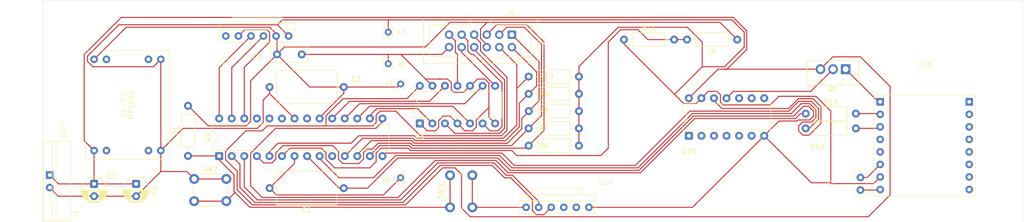
<source format=kicad_pcb>
(kicad_pcb (version 20241229) (generator "pcbnew") (generator_version "9.0")
  (layers (0 "F.Cu" signal) (2 "B.Cu" signal) (13 "F.Paste" user) (15 "B.Paste" user) (5 "F.SilkS" user "F.Silkscreen") (7 "B.SilkS" user "B.Silkscreen") (1 "F.Mask" user) (3 "B.Mask" user) (25 "Edge.Cuts" user))
  (net 0 "")
  (net 1 "GND")
  (net 2 "+3.3V")
  (net 3 "+5V")
  (net 4 "Net-(J2-Pad10)")
  (net 5 "Net-(J2-Pad11)")
  (net 6 "Net-(J2-Pad8)")
  (net 7 "Net-(U1-PD5)")
  (net 8 "Net-(U1-PD2)")
  (net 9 "Net-(J2-Pad9)")
  (net 10 "Net-(U1-PD3)")
  (net 11 "Net-(U1-PD6)")
  (net 12 "Net-(U1-PD7)")
  (net 13 "Net-(J3-Pin_1)")
  (net 14 "Net-(J3-Pin_2)")
  (net 15 "Net-(Q1-D)")
  (net 16 "Net-(Q1-G)")
  (net 17 "Net-(SW2A-D)")
  (net 18 "Net-(J4-Pin_2)")
  (net 19 "Net-(U16-TX)")
  (net 20 "Net-(U1-PB0)")
  (net 21 "Net-(U16-RX)")
  (net 22 "Net-(U1-PB1)")
  (net 23 "Net-(SW3A-D)")
  (net 26 "Net-(U1-PD1)")
  (net 27 "Net-(U1-PB3)")
  (net 29 "Net-(U1-PD0)")
  (net 30 "Net-(U1-PC4)")
  (net 31 "Net-(U1-PB5)")
  (net 32 "Net-(U1-PC3)")
  (net 33 "Net-(U1-PB2)")
  (net 34 "Net-(U1-PC5)")
  (net 37 "Net-(U1-PB4)")
  (net 38 "Net-(U1-XTAL1{slash}PB6)")
  (footprint "Resistor_THT:R_Axial_DIN0207_L6.3mm_D2.5mm_P10.16mm_Horizontal" (layer "F.Cu") (at 163.56 101.5 180)
    (property "Reference" "R7")
    (property "Value" "10k")
  )
  (footprint "Resistor_THT:R_Axial_DIN0207_L6.3mm_D2.5mm_P10.16mm_Horizontal" (layer "F.Cu") (at 163.58 98 180)
    (property "Reference" "R8")
    (property "Value" "10k")
  )
  (footprint "Button_Switch_THT:SW_PUSH_6mm" (layer "F.Cu") (at 137.5 117.5 90)
    (property "Reference" "SW3")
    (property "Value" "load")
  )
  (footprint "Package_TO_SOT_THT:TO-220F-3_Vertical" (layer "F.Cu") (at 217.5 89.5 180)
    (property "Reference" "Q1")
    (property "Value" "NDP6020P")
  )
  (footprint "CustomFootprintLib:DFPlayer" (layer "F.Cu") (at 233.5 96.11)
    (property "Reference" "U16")
    (property "Value" "DFPlayer")
  )
  (footprint "CustomFootprintLib:HW-084_YP-05" (layer "F.Cu") (at 98.5 81.5)
    (property "Reference" "U2")
    (property "Value" "HW-084")
  )
  (footprint "Package_DIP:DIP-14_W7.62mm" (layer "F.Cu") (at 131.38 100.5 90)
    (property "Reference" "U3")
    (property "Value" "SN74AHCT125N")
  )
  (footprint "Resistor_THT:R_Axial_DIN0207_L6.3mm_D2.5mm_P10.16mm_Horizontal" (layer "F.Cu") (at 195.58 83.5 180)
    (property "Reference" "J4")
    (property "Value" "Conn_01x02_Pin")
  )
  (footprint "Capacitor_THT:C_Axial_L12.0mm_D6.5mm_P15.00mm_Horizontal" (layer "F.Cu") (at 116 113.62 180)
    (property "Reference" "C1")
    (property "Value" "100uF")
  )
  (footprint "Package_DIP:DIP-28_W7.62mm" (layer "F.Cu") (at 90.8 107.12 90)
    (property "Reference" "U1")
    (property "Value" "ATmega328P-P")
  )
  (footprint "Package_DIP:DIP-14_W7.62mm" (layer "F.Cu") (at 185.8 103 90)
    (property "Reference" "U15")
    (property "Value" "SN74AHCT125N")
  )
  (footprint "Resistor_THT:R_Axial_DIN0207_L6.3mm_D2.5mm_P10.16mm_Horizontal" (layer "F.Cu") (at 163.56 94.5 180)
    (property "Reference" "R9")
    (property "Value" "10k")
  )
  (footprint "Resistor_THT:R_Axial_DIN0207_L6.3mm_D2.5mm_P10.16mm_Horizontal" (layer "F.Cu") (at 172.67 83.5)
    (property "Reference" "R11")
    (property "Value" "10k")
  )
  (footprint "Resistor_THT:R_Axial_DIN0207_L6.3mm_D2.5mm_P10.16mm_Horizontal" (layer "F.Cu") (at 209.42 98.5)
    (property "Reference" "R13")
    (property "Value" "1k")
  )
  (footprint "Resistor_THT:R_Axial_DIN0207_L6.3mm_D2.5mm_P10.16mm_Horizontal" (layer "F.Cu") (at 163.56 105 180)
    (property "Reference" "R6")
    (property "Value" "10k")
  )
  (footprint "CustomFootprintLib:USB-C DC input 5V" (layer "F.Cu") (at 55.25 112.23 90)
    (property "Reference" "J1")
    (property "Value" "DC 5V Input")
  )
  (footprint "Connector_Pin:Pin_D0.7mm_L6.5mm_W1.8mm_FlatFork" (layer "F.Cu") (at 127.5 92.5)
    (property "Reference" "J5")
    (property "Value" "3.3V Jumper 1")
  )
  (footprint "Capacitor_THT:CP_Radial_D5.0mm_P2.50mm" (layer "F.Cu") (at 74 112.75 -90)
    (property "Reference" "C6")
    (property "Value" "1uF")
  )
  (footprint "CustomFootprintLib:TopButton" (layer "F.Cu") (at 219.23 112.73 90)
    (property "Reference" "J3")
    (property "Value" "speaker")
  )
  (footprint "CustomFootprintLib:HW-084_YP-05" (layer "F.Cu") (at 159.23 116.23)
    (property "Reference" "U14")
    (property "Value" "YP-05")
  )
  (footprint "Capacitor_THT:C_Axial_L12.0mm_D6.5mm_P15.00mm_Horizontal" (layer "F.Cu") (at 116 93.12 180)
    (property "Reference" "C2")
    (property "Value" "100uF")
  )
  (footprint "Connector_Pin:Pin_D0.7mm_L6.5mm_W1.8mm_FlatFork" (layer "F.Cu") (at 125 88.4)
    (property "Reference" "J8")
    (property "Value" "GND Jumper 2")
  )
  (footprint "Resistor_THT:R_Axial_DIN0207_L6.3mm_D2.5mm_P10.16mm_Horizontal" (layer "F.Cu") (at 209.42 101.5)
    (property "Reference" "R12")
    (property "Value" "1k")
  )
  (footprint "Connector_Pin:Pin_D0.7mm_L6.5mm_W1.8mm_FlatFork" (layer "F.Cu") (at 127.5 111.5)
    (property "Reference" "J6")
    (property "Value" "3.3V Jumper 2")
  )
  (footprint "Capacitor_THT:C_Rect_L7.2mm_W3.0mm_P5.00mm_FKS2_FKP2_MKS2_MKP2" (layer "F.Cu") (at 102.5 86.5)
    (property "Reference" "C3")
    (property "Value" "150uF")
  )
  (footprint "Button_Switch_THT:SW_PUSH_6mm" (layer "F.Cu") (at 85.75 111.75)
    (property "Reference" "SW2")
    (property "Value" "reset")
  )
  (footprint "Capacitor_THT:CP_Radial_D5.0mm_P2.50mm" (layer "F.Cu") (at 65.5 112.75 -90)
    (property "Reference" "C7")
    (property "Value" "47uF")
  )
  (footprint "Connector_Pin:Pin_D0.7mm_L6.5mm_W1.8mm_FlatFork" (layer "F.Cu") (at 125 82)
    (property "Reference" "J7")
    (property "Value" "GND Jumper 1")
  )
  (footprint "Resistor_THT:R_Axial_DIN0207_L6.3mm_D2.5mm_P10.16mm_Horizontal" (layer "F.Cu") (at 84.5 107.08 90)
    (property "Reference" "R1")
    (property "Value" "10k")
  )
  (footprint "Resistor_THT:R_Axial_DIN0207_L6.3mm_D2.5mm_P10.16mm_Horizontal" (layer "F.Cu") (at 163.56 91 180)
    (property "Reference" "R10")
    (property "Value" "10k")
  )
  (footprint "Connector_IDC:IDC-Header_2x06_P2.54mm_Vertical" (layer "F.Cu") (at 150 82.5 -90)
    (property "Reference" "J2")
    (property "Value" "12 PIN IDC")
  )
  (footprint "CustomFootprintLib:MP1584" (layer "F.Cu") (at 63.75 107.75 90)
    (property "Reference" "U17")
    (property "Value" "MP1584")
  )
  (gr_rect (start 55.08 75.5) (end 253.58 120.5) (stroke (width 0.05)) (fill no) (layer "Edge.Cuts"))
  (segment (start 201.04 103) (end 210.563 112.523) (width 0.2) (layer "F.Cu") (net 1))
  (segment (start 197 85) (end 197 82) (width 0.2) (layer "F.Cu") (net 1))
  (segment (start 188.34 95.38) (end 187.239 96.481) (width 0.2) (layer "F.Cu") (net 1))
  (segment (start 207.675 100) (end 204.04 100) (width 0.2) (layer "F.Cu") (net 1))
  (segment (start 207 99) (end 209 97) (width 0.2) (layer "F.Cu") (net 1))
  (segment (start 131.38 100.5) (end 132.88 102) (width 0.2) (layer "F.Cu") (net 1))
  (segment (start 79 87.5) (end 77.5 89) (width 0.2) (layer "F.Cu") (net 1))
  (segment (start 163.56 98.44) (end 163.56 101.5) (width 0.2) (layer "F.Cu") (net 1))
  (segment (start 138.3 94.2) (end 137.75 93.65) (width 0.2) (layer "F.Cu") (net 1))
  (segment (start 79 106) (end 83.5 101.5) (width 0.2) (layer "F.Cu") (net 1))
  (segment (start 135.84 86.5) (end 127.54 86.5) (width 0.2) (layer "F.Cu") (net 1))
  (segment (start 223.145 112.7) (end 224.495 111.35) (width 0.2) (layer "F.Cu") (net 1))
  (segment (start 136.1 99) (end 137.5 99) (width 0.2) (layer "F.Cu") (net 1))
  (segment (start 103.58 79.5) (end 102.58 80.5) (width 0.2) (layer "F.Cu") (net 1))
  (segment (start 137.5 99) (end 139 100.5) (width 0.2) (layer "F.Cu") (net 1))
  (segment (start 135.2 99.9) (end 136.1 99) (width 0.2) (layer "F.Cu") (net 1))
  (segment (start 135.54 91.5) (end 132.54 91.5) (width 0.2) (layer "F.Cu") (net 1))
  (segment (start 84.25 110.25) (end 85.75 111.75) (width 0.2) (layer "F.Cu") (net 1))
  (segment (start 210.2 99.8) (end 207.875 99.8) (width 0.2) (layer "F.Cu") (net 1))
  (segment (start 99.7 100.3) (end 99.7 95.76) (width 0.2) (layer "F.Cu") (net 1))
  (segment (start 204.04 100) (end 201.04 103) (width 0.2) (layer "F.Cu") (net 1))
  (segment (start 132.88 102) (end 134.5 102) (width 0.2) (layer "F.Cu") (net 1))
  (segment (start 125 79.5) (end 125 82) (width 0.2) (layer "F.Cu") (net 1))
  (segment (start 186.71645 99) (end 207 99) (width 0.2) (layer "F.Cu") (net 1))
  (segment (start 214.5 112.523) (end 214.677 112.7) (width 0.2) (layer "F.Cu") (net 1))
  (segment (start 65.48 115.27) (end 65.5 115.25) (width 0.2) (layer "F.Cu") (net 1))
  (segment (start 137.75 92.25) (end 137 91.5) (width 0.2) (layer "F.Cu") (net 1))
  (segment (start 185.488525 81) (end 171.5 81) (width 0.2) (layer "F.Cu") (net 1))
  (segment (start 171.5 81) (end 163.56 88.94) (width 0.2) (layer "F.Cu") (net 1))
  (segment (start 141.54 92.88) (end 140.22 94.2) (width 0.2) (layer "F.Cu") (net 1))
  (segment (start 127.54 86.5) (end 125 86.5) (width 0.2) (layer "F.Cu") (net 1))
  (segment (start 188.5 89) (end 182.894315 94.605685) (width 0.2) (layer "F.Cu") (net 1))
  (segment (start 192.175 94.675) (end 192.175 96.156) (width 0.2) (layer "F.Cu") (net 1))
  (segment (start 58.25 115.25) (end 65.5 115.25) (width 0.2) (layer "F.Cu") (net 1))
  (segment (start 187.239 96.481) (end 184.76963 96.481) (width 0.2) (layer "F.Cu") (net 1))
  (segment (start 202.25 96.75) (end 204 95) (width 0.2) (layer "F.Cu") (net 1))
  (segment (start 64.181 87.932655) (end 64.181 86.817345) (width 0.2) (layer "F.Cu") (net 1))
  (segment (start 214.5 98) (end 214.5 112.523) (width 0.2) (layer "F.Cu") (net 1))
  (segment (start 192.175 96.156) (end 192.769 96.75) (width 0.2) (layer "F.Cu") (net 1))
  (segment (start 145.35 92.31) (end 144.54 91.5) (width 0.2) (layer "F.Cu") (net 1))
  (segment (start 74 115.25) (end 79 110.25) (width 0.2) (layer "F.Cu") (net 1))
  (segment (start 125 79.5) (end 103.58 79.5) (width 0.2) (layer "F.Cu") (net 1))
  (segment (start 101 94.46) (end 106.04 99.5) (width 0.2) (layer "F.Cu") (net 1))
  (segment (start 116 113.62) (end 120.8129 113.62) (width 0.2) (layer "F.Cu") (net 1))
  (segment (start 142.04 102) (end 142.8 101.24) (width 0.2) (layer "F.Cu") (net 1))
  (segment (start 175.71645 110) (end 186.71645 99) (width 0.2) (layer "F.Cu") (net 1))
  (segment (start 163.58 94.58) (end 163.58 98) (width 0.2) (layer "F.Cu") (net 1))
  (segment (start 125 86.5) (end 125 88.4) (width 0.2) (layer "F.Cu") (net 1))
  (segment (start 172.67 83.5) (end 172.67 84.38137) (width 0.2) (layer "F.Cu") (net 1))
  (segment (start 210 97) (end 211 98) (width 0.2) (layer "F.Cu") (net 1))
  (segment (start 135.54 91.5) (end 135.3 91.5) (width 0.2) (layer "F.Cu") (net 1))
  (segment (start 214.677 112.7) (end 223.145 112.7) (width 0.2) (layer "F.Cu") (net 1))
  (segment (start 142.8 101.24) (end 142.8 99.8) (width 0.2) (layer "F.Cu") (net 1))
  (segment (start 134.5 102) (end 135.2 101.3) (width 0.2) (layer "F.Cu") (net 1))
  (segment (start 70.498345 80.5) (end 102.58 80.5) (width 0.2) (layer "F.Cu") (net 1))
  (segment (start 83.5 101.5) (end 98.5 101.5) (width 0.2) (layer "F.Cu") (net 1))
  (segment (start 65.5 115.25) (end 74 115.25) (width 0.2) (layer "F.Cu") (net 1))
  (segment (start 65.248345 89) (end 64.181 87.932655) (width 0.2) (layer "F.Cu") (net 1))
  (segment (start 101 93.12) (end 101 94.46) (width 0.2) (layer "F.Cu") (net 1))
  (segment (start 137.3 85.04) (end 135.84 86.5) (width 0.2) (layer "F.Cu") (net 1))
  (segment (start 210.563 112.523) (end 214.5 112.523) (width 0.2) (layer "F.Cu") (net 1))
  (segment (start 133.92 92.88) (end 127.54 86.5) (width 0.2) (layer "F.Cu") (net 1))
  (segment (start 207.875 99.8) (end 207.675 100) (width 0.2) (layer "F.Cu") (net 1))
  (segment (start 126.9329 107.5) (end 147.155325 107.5) (width 0.2) (layer "F.Cu") (net 1))
  (segment (start 145.35 97.25) (end 145.35 92.31) (width 0.2) (layer "F.Cu") (net 1))
  (segment (start 98.5 101.5) (end 99.7 100.3) (width 0.2) (layer "F.Cu") (net 1))
  (segment (start 188.34 95.38) (end 189.72 94) (width 0.2) (layer "F.Cu") (net 1))
  (segment (start 79 106) (end 79 87.5) (width 0.2) (layer "F.Cu") (net 1))
  (segment (start 163.58 98) (end 163.58 98.42) (width 0.2) (layer "F.Cu") (net 1))
  (segment (start 163.56 94.5) (end 163.56 94.56) (width 0.2) (layer "F.Cu") (net 1))
  (segment (start 163.58 98.42) (end 163.56 98.44) (width 0.2) (layer "F.Cu") (net 1))
  (segment (start 149.655325 110) (end 175.71645 110) (width 0.2) (layer "F.Cu") (net 1))
  (segment (start 115.08 113.62) (end 116 113.62) (width 0.2) (layer "F.Cu") (net 1))
  (segment (start 108.58 107.12) (end 115.08 113.62) (width 0.2) (layer "F.Cu") (net 1))
  (segment (start 188.5 84.011475) (end 185.488525 81) (width 0.2) (layer "F.Cu") (net 1))
  (segment (start 79 110.25) (end 84.25 110.25) (width 0.2) (layer "F.Cu") (net 1))
  (segment (start 144.54 91.5) (end 143.04 91.5) (width 0.2) (layer "F.Cu") (net 1))
  (segment (start 209 97) (end 210 97) (width 0.2) (layer "F.Cu") (net 1))
  (segment (start 137.75 93.65) (end 137.75 92.25) (width 0.2) (layer "F.Cu") (net 1))
  (segment (start 56.52 113.5) (end 56.52 113.52) (width 0.2) (layer "F.Cu") (net 1))
  (segment (start 77.5 89) (end 65.248345 89) (width 0.2) (layer "F.Cu") (net 1))
  (segment (start 140.5 102) (end 142.04 102) (width 0.2) (layer "F.Cu") (net 1))
  (segment (start 99.7 95.76) (end 101 94.46) (width 0.2) (layer "F.Cu") (net 1))
  (segment (start 64.181 86.817345) (end 70.498345 80.5) (width 0.2) (layer "F.Cu") (net 1))
  (segment (start 192.769 96.75) (end 202.25 96.75) (width 0.2) (layer "F.Cu") (net 1))
  (segment (start 145.35 99.23) (end 145.35 97.25) (width 0.2) (layer "F.Cu") (net 1))
  (segment (start 141.66 92.88) (end 141.54 92.88) (width 0.2) (layer "F.Cu") (net 1))
  (segment (start 146.62 100.5) (end 145.35 99.23) (width 0.2) (layer "F.Cu") (net 1))
  (segment (start 194.5 79.5) (end 125 79.5) (width 0.2) (layer "F.Cu") (net 1))
  (segment (start 135.2 101.3) (end 135.2 99.9) (width 0.2) (layer "F.Cu") (net 1))
  (segment (start 184.76963 96.481) (end 182.894315 94.605685) (width 0.2) (layer "F.Cu") (net 1))
  (segment (start 79 110.25) (end 79 106) (width 0.2) (layer "F.Cu") (net 1))
  (segment (start 163.56 101.5) (end 163.56 105) (width 0.2) (layer "F.Cu") (net 1))
  (segment (start 102.58 80.5) (end 104.85 82.77) (width 0.2) (layer "F.Cu") (net 1))
  (segment (start 189.72 94) (end 191.5 94) (width 0.2) (layer "F.Cu") (net 1))
  (segment (start 186.54 117.5) (end 201.04 103) (width 0.2) (layer "F.Cu") (net 1))
  (segment (start 197 82) (end 194.5 79.5) (width 0.2) (layer "F.Cu") (net 1))
  (segment (start 143.04 91.5) (end 141.66 92.88) (width 0.2) (layer "F.Cu") (net 1))
  (segment (start 145.1 97.5) (end 145.35 97.25) (width 0.2) (layer "F.Cu") (net 1))
  (segment (start 182.894315 94.605685) (end 172.67 84.38137) (width 0.2) (layer "F.Cu") (net 1))
  (segment (start 125 86.5) (end 110.93705 86.5) (width 0.2) (layer "F.Cu") (net 1))
  (segment (start 147.155325 107.5) (end 149.655325 110) (width 0.2) (layer "F.Cu") (net 1))
  (segment (start 165.58 117.5) (end 186.54 117.5) (width 0.2) (layer "F.Cu") (net 1))
  (segment (start 140.22 94.2) (end 138.3 94.2) (width 0.2) (layer "F.Cu") (net 1))
  (segment (start 193 89) (end 197 85) (width 0.2) (layer "F.Cu") (net 1))
  (segment (start 85.75 111.75) (end 92.25 111.75) (width 0.2) (layer "F.Cu") (net 1))
  (segment (start 204 95) (end 211.5 95) (width 0.2) (layer "F.Cu") (net 1))
  (segment (start 142.8 99.8) (end 145.1 97.5) (width 0.2) (layer "F.Cu") (net 1))
  (segment (start 188.5 89) (end 193 89) (width 0.2) (layer "F.Cu") (net 1))
  (segment (start 137 91.5) (end 135.54 91.5) (width 0.2) (layer "F.Cu") (net 1))
  (segment (start 120.8129 113.62) (end 126.9329 107.5) (width 0.2) (layer "F.Cu") (net 1))
  (segment (start 211.5 95) (end 214.5 98) (width 0.2) (layer "F.Cu") (net 1))
  (segment (start 163.56 88.94) (end 163.56 91) (width 0.2) (layer "F.Cu") (net 1))
  (segment (start 163.56 91) (end 163.56 94.5) (width 0.2) (layer "F.Cu") (net 1))
  (segment (start 191.5 94) (end 192.175 94.675) (width 0.2) (layer "F.Cu") (net 1))
  (segment (start 107.5 86.5) (end 110.93705 86.5) (width 0.2) (layer "F.Cu") (net 1))
  (segment (start 56.52 113.52) (end 58.25 115.25) (width 0.2) (layer "F.Cu") (net 1))
  (segment (start 139 100.5) (end 140.5 102) (width 0.2) (layer "F.Cu") (net 1))
  (segment (start 163.56 94.56) (end 163.58 94.58) (width 0.2) (layer "F.Cu") (net 1))
  (segment (start 188.5 89) (end 188.5 84.011475) (width 0.2) (layer "F.Cu") (net 1))
  (segment (start 211 99) (end 210.2 99.8) (width 0.2) (layer "F.Cu") (net 1))
  (segment (start 211 98) (end 211 99) (width 0.2) (layer "F.Cu") (net 1))
  (segment (start 72 81) (end 101.02 81) (width 0.2) (layer "F.Cu") (net 2))
  (segment (start 144.92 85.04) (end 144.92 84.52) (width 0.2) (layer "F.Cu") (net 2))
  (segment (start 102.5 83.5) (end 102.5 86.5) (width 0.2) (layer "F.Cu") (net 2))
  (segment (start 132.5 85) (end 104 85) (width 0.2) (layer "F.Cu") (net 2))
  (segment (start 104 85) (end 102.5 86.5) (width 0.2) (layer "F.Cu") (net 2))
  (segment (start 144.92 84.52) (end 143.65 83.25) (width 0.2) (layer "F.Cu") (net 2))
  (segment (start 102.31 82.77) (end 102.31 83.31) (width 0.2) (layer "F.Cu") (net 2))
  (segment (start 137.5 80) (end 132.5 85) (width 0.2) (layer "F.Cu") (net 2))
  (segment (start 143.65 81.35) (end 145 80) (width 0.2) (layer "F.Cu") (net 2))
  (segment (start 101.02 81) (end 102.31 82.29) (width 0.2) (layer "F.Cu") (net 2))
  (segment (start 102.5 86.5) (end 109.12 93.12) (width 0.2) (layer "F.Cu") (net 2))
  (segment (start 101 113.62) (end 102.38 115) (width 0.2) (layer "F.Cu") (net 2))
  (segment (start 145 80) (end 137.5 80) (width 0.2) (layer "F.Cu") (net 2))
  (segment (start 111.12 99.28) (end 111.12 99.5) (width 0.2) (layer "F.Cu") (net 2))
  (segment (start 65.5 87.5) (end 72 81) (width 0.2) (layer "F.Cu") (net 2))
  (segment (start 88.58 101) (end 96.25 101) (width 0.2) (layer "F.Cu") (net 2))
  (segment (start 102.31 83.31) (end 102.5 83.5) (width 0.2) (layer "F.Cu") (net 2))
  (segment (start 102.31 82.29) (end 102.31 82.77) (width 0.2) (layer "F.Cu") (net 2))
  (segment (start 106.04 107.12) (end 106.04 108.58) (width 0.2) (layer "F.Cu") (net 2))
  (segment (start 102.38 115) (end 124 115) (width 0.2) (layer "F.Cu") (net 2))
  (segment (start 143.65 83.25) (end 143.65 81.35) (width 0.2) (layer "F.Cu") (net 2))
  (segment (start 84.5 96.92) (end 88.58 101) (width 0.2) (layer "F.Cu") (net 2))
  (segment (start 124 115) (end 127.5 111.5) (width 0.2) (layer "F.Cu") (net 2))
  (segment (start 109.12 93.12) (end 116 93.12) (width 0.2) (layer "F.Cu") (net 2))
  (segment (start 192.08 80) (end 195.58 83.5) (width 0.2) (layer "F.Cu") (net 2))
  (segment (start 116 94.4) (end 111.12 99.28) (width 0.2) (layer "F.Cu") (net 2))
  (segment (start 116 93.12) (end 126.88 93.12) (width 0.2) (layer "F.Cu") (net 2))
  (segment (start 106.04 108.58) (end 101 113.62) (width 0.2) (layer "F.Cu") (net 2))
  (segment (start 126.88 93.12) (end 127.5 92.5) (width 0.2) (layer "F.Cu") (net 2))
  (segment (start 145 80) (end 192.08 80) (width 0.2) (layer "F.Cu") (net 2))
  (segment (start 96.25 101) (end 97.15 100.1) (width 0.2) (layer "F.Cu") (net 2))
  (segment (start 97.15 100.1) (end 97.15 91.85) (width 0.2) (layer "F.Cu") (net 2))
  (segment (start 116 93.12) (end 116 94.4) (width 0.2) (layer "F.Cu") (net 2))
  (segment (start 97.15 91.85) (end 102.5 86.5) (width 0.2) (layer "F.Cu") (net 2))
  (segment (start 56.52 110.96) (end 58.31 112.75) (width 0.2) (layer "F.Cu") (net 3))
  (segment (start 121.85 101) (end 100.5 101) (width 0.2) (layer "F.Cu") (net 3))
  (segment (start 99.5 102) (end 96.2 102) (width 0.2) (layer "F.Cu") (net 3))
  (segment (start 143.65 85.775) (end 149 91.125) (width 0.2) (layer "F.Cu") (net 3))
  (segment (start 197.5 81.71645) (end 197.5 85.5) (width 0.2) (layer "F.Cu") (net 3))
  (segment (start 92.1 106.1) (end 92.1 107.8529) (width 0.2) (layer "F.Cu") (net 3))
  (segment (start 115.85 95.5) (end 112.4 98.95) (width 0.2) (layer "F.Cu") (net 3))
  (segment (start 65.5 112.75) (end 74 112.75) (width 0.2) (layer "F.Cu") (net 3))
  (segment (start 63.5 104) (end 63.5 86.5) (width 0.2) (layer "F.Cu") (net 3))
  (segment (start 214.92 87) (end 212.42 89.5) (width 0.2) (layer "F.Cu") (net 3))
  (segment (start 96.2 102) (end 92.1 106.1) (width 0.2) (layer "F.Cu") (net 3))
  (segment (start 193.5 89.5) (end 193 89.5) (width 0.2) (layer "F.Cu") (net 3))
  (segment (start 97.5 117) (end 128.5 117) (width 0.2) (layer "F.Cu") (net 3))
  (segment (start 220.5 87) (end 214.92 87) (width 0.2) (layer "F.Cu") (net 3))
  (segment (start 92.1 107.8529) (end 94.45 110.2029) (width 0.2) (layer "F.Cu") (net 3))
  (segment (start 94.45 110.2029) (end 94.45 113.95) (width 0.2) (layer "F.Cu") (net 3))
  (segment (start 94.45 113.95) (end 97.5 117) (width 0.2) (layer "F.Cu") (net 3))
  (segment (start 136 109.5) (end 138.5 109.5) (width 0.2) (layer "F.Cu") (net 3))
  (segment (start 65.5 106) (end 64.181 104.681) (width 0.2) (layer "F.Cu") (net 3))
  (segment (start 65.5 112.75) (end 65.5 106) (width 0.2) (layer "F.Cu") (net 3))
  (segment (start 142.38 82.855) (end 143.65 84.125) (width 0.2) (layer "F.Cu") (net 3))
  (segment (start 112.4 98.95) (end 112.4 101) (width 0.2) (layer "F.Cu") (net 3))
  (segment (start 141.561108 119.401) (end 222.099 119.401) (width 0.2) (layer "F.Cu") (net 3))
  (segment (start 193 89.5) (end 191.68 89.5) (width 0.2) (layer "F.Cu") (net 3))
  (segment (start 58.31 112.75) (end 65.5 112.75) (width 0.2) (layer "F.Cu") (net 3))
  (segment (start 63.5 86.5) (end 71 79) (width 0.2) (layer "F.Cu") (net 3))
  (segment (start 123.35 98) (end 122.55 98.8) (width 0.2) (layer "F.Cu") (net 3))
  (segment (start 138.5 109.5) (end 139.825 110.825) (width 0.2) (layer "F.Cu") (net 3))
  (segment (start 126.5 98) (end 123.35 98) (width 0.2) (layer "F.Cu") (net 3))
  (segment (start 71 79) (end 194.78355 79) (width 0.2) (layer "F.Cu") (net 3))
  (segment (start 139.825 110.825) (end 139.825 117.664892) (width 0.2) (layer "F.Cu") (net 3))
  (segment (start 226.5 93) (end 220.5 87) (width 0.2) (layer "F.Cu") (net 3))
  (segment (start 149 91.125) (end 149 101.9) (width 0.2) (layer "F.Cu") (net 3))
  (segment (start 128.76 95.5) (end 115.85 95.5) (width 0.2) (layer "F.Cu") (net 3))
  (segment (start 139.825 117.664892) (end 141.561108 119.401) (width 0.2) (layer "F.Cu") (net 3))
  (segment (start 143.65 84.125) (end 143.65 85.775) (width 0.2) (layer "F.Cu") (net 3))
  (segment (start 142.38 82.5) (end 142.38 82.855) (width 0.2) (layer "F.Cu") (net 3))
  (segment (start 131.5 103) (end 126.5 98) (width 0.2) (layer "F.Cu") (net 3))
  (segment (start 149 101.9) (end 147.9 103) (width 0.2) (layer "F.Cu") (net 3))
  (segment (start 222.099 119.401) (end 226.5 115) (width 0.2) (layer "F.Cu") (net 3))
  (segment (start 191.68 89.5) (end 185.8 95.38) (width 0.2) (layer "F.Cu") (net 3))
  (segment (start 131.38 92.88) (end 128.76 95.5) (width 0.2) (layer "F.Cu") (net 3))
  (segment (start 194.78355 79) (end 197.5 81.71645) (width 0.2) (layer "F.Cu") (net 3))
  (segment (start 197.5 85.5) (end 193.5 89.5) (width 0.2) (layer "F.Cu") (net 3))
  (segment (start 226.5 115) (end 226.5 93) (width 0.2) (layer "F.Cu") (net 3))
  (segment (start 147.9 103) (end 131.5 103) (width 0.2) (layer "F.Cu") (net 3))
  (segment (start 212.42 89.5) (end 193 89.5) (width 0.2) (layer "F.Cu") (net 3))
  (segment (start 65.5 106) (end 63.5 104) (width 0.2) (layer "F.Cu") (net 3))
  (segment (start 122.55 98.8) (end 122.55 100.3) (width 0.2) (layer "F.Cu") (net 3))
  (segment (start 128.5 117) (end 136 109.5) (width 0.2) (layer "F.Cu") (net 3))
  (segment (start 100.5 101) (end 99.5 102) (width 0.2) (layer "F.Cu") (net 3))
  (segment (start 122.55 100.3) (end 121.85 101) (width 0.2) (layer "F.Cu") (net 3))
  (segment (start 139.84 86.1) (end 146.62 92.88) (width 0.2) (layer "F.Cu") (net 4))
  (segment (start 139.84 85.04) (end 139.84 86.1) (width 0.2) (layer "F.Cu") (net 4))
  (segment (start 138.575 83.775) (end 137.3 82.5) (width 0.2) (layer "F.Cu") (net 5))
  (segment (start 138.575 86.075) (end 138.575 83.775) (width 0.2) (layer "F.Cu") (net 5))
  (segment (start 139 86.5) (end 138.575 86.075) (width 0.2) (layer "F.Cu") (net 5))
  (segment (start 139 92.88) (end 139 86.5) (width 0.2) (layer "F.Cu") (net 5))
  (segment (start 136.46 100.5) (end 138.46 102.5) (width 0.2) (layer "F.Cu") (net 6))
  (segment (start 147.5 102.5) (end 148.5 101.5) (width 0.2) (layer "F.Cu") (net 6))
  (segment (start 148.5 101.5) (end 148.5 91.65) (width 0.2) (layer "F.Cu") (net 6))
  (segment (start 142.38 85.04) (end 142.38 85.1871) (width 0.2) (layer "F.Cu") (net 6))
  (segment (start 142.38 85.53) (end 142.38 85.04) (width 0.2) (layer "F.Cu") (net 6))
  (segment (start 138.46 102.5) (end 147.5 102.5) (width 0.2) (layer "F.Cu") (net 6))
  (segment (start 148.5 91.65) (end 142.38 85.53) (width 0.2) (layer "F.Cu") (net 6))
  (segment (start 116.2 107.12) (end 119.82 103.5) (width 0.2) (layer "F.Cu") (net 7))
  (segment (start 119.82 103.5) (end 129.96645 103.5) (width 0.2) (layer "F.Cu") (net 7))
  (segment (start 129.96645 103.5) (end 130.46645 104) (width 0.2) (layer "F.Cu") (net 7))
  (segment (start 151.5 96.4) (end 153.4 94.5) (width 0.2) (layer "F.Cu") (net 7))
  (segment (start 155 92.9) (end 155 90) (width 0.2) (layer "F.Cu") (net 7))
  (segment (start 148.7 104) (end 151.5 101.2) (width 0.2) (layer "F.Cu") (net 7))
  (segment (start 154.96 90) (end 155 90) (width 0.2) (layer "F.Cu") (net 7))
  (segment (start 150 85.04) (end 154.96 90) (width 0.2) (layer "F.Cu") (net 7))
  (segment (start 130.46645 104) (end 148.7 104) (width 0.2) (layer "F.Cu") (net 7))
  (segment (start 153.4 94.5) (end 155 92.9) (width 0.2) (layer "F.Cu") (net 7))
  (segment (start 151.5 101.2) (end 151.5 96.4) (width 0.2) (layer "F.Cu") (net 7))
  (segment (start 114.925 106.15) (end 114.925 107.74005) (width 0.2) (layer "F.Cu") (net 8))
  (segment (start 103.7 105) (end 113.775 105) (width 0.2) (layer "F.Cu") (net 8))
  (segment (start 156 98.9) (end 156 84.5) (width 0.2) (layer "F.Cu") (net 8))
  (segment (start 152.5 81) (end 148.96 81) (width 0.2) (layer "F.Cu") (net 8))
  (segment (start 153.4 101.5) (end 156 98.9) (width 0.2) (layer "F.Cu") (net 8))
  (segment (start 98.42 107.12) (end 99.8 108.5) (width 0.2) (layer "F.Cu") (net 8))
  (segment (start 148.96 81) (end 147.46 82.5) (width 0.2) (layer "F.Cu") (net 8))
  (segment (start 122.95 104.5) (end 129.5 104.5) (width 0.2) (layer "F.Cu") (net 8))
  (segment (start 115.80695 108.622) (end 119.078 108.622) (width 0.2) (layer "F.Cu") (net 8))
  (segment (start 120 106.4271) (end 120.71355 105.71355) (width 0.2) (layer "F.Cu") (net 8))
  (segment (start 130 105) (end 149.9 105) (width 0.2) (layer "F.Cu") (net 8))
  (segment (start 149.9 105) (end 153.4 101.5) (width 0.2) (layer "F.Cu") (net 8))
  (segment (start 101.47505 108.5) (end 102.25 107.72505) (width 0.2) (layer "F.Cu") (net 8))
  (segment (start 114.925 107.74005) (end 115.80695 108.622) (width 0.2) (layer "F.Cu") (net 8))
  (segment (start 119.078 108.622) (end 120 107.7) (width 0.2) (layer "F.Cu") (net 8))
  (segment (start 120.71355 105.71355) (end 121.73645 105.71355) (width 0.2) (layer "F.Cu") (net 8))
  (segment (start 113.775 105) (end 114.925 106.15) (width 0.2) (layer "F.Cu") (net 8))
  (segment (start 129.5 104.5) (end 130 105) (width 0.2) (layer "F.Cu") (net 8))
  (segment (start 120 107.7) (end 120 106.4271) (width 0.2) (layer "F.Cu") (net 8))
  (segment (start 102.25 107.72505) (end 102.25 106.45) (width 0.2) (layer "F.Cu") (net 8))
  (segment (start 99.8 108.5) (end 101.47505 108.5) (width 0.2) (layer "F.Cu") (net 8))
  (segment (start 102.25 106.45) (end 103.7 105) (width 0.2) (layer "F.Cu") (net 8))
  (segment (start 121.73645 105.71355) (end 122.95 104.5) (width 0.2) (layer "F.Cu") (net 8))
  (segment (start 156 84.5) (end 152.5 81) (width 0.2) (layer "F.Cu") (net 8))
  (segment (start 141.1 85.85) (end 141.1 83.76) (width 0.2) (layer "F.Cu") (net 9))
  (segment (start 141.775 86.525) (end 141.1 85.85) (width 0.2) (layer "F.Cu") (net 9))
  (segment (start 148 101.15) (end 148 92.25) (width 0.2) (layer "F.Cu") (net 9))
  (segment (start 144.08 100.5) (end 145.58 102) (width 0.2) (layer "F.Cu") (net 9))
  (segment (start 142.275 86.525) (end 141.775 86.525) (width 0.2) (layer "F.Cu") (net 9))
  (segment (start 147.15 102) (end 148 101.15) (width 0.2) (layer "F.Cu") (net 9))
  (segment (start 145.58 102) (end 147.15 102) (width 0.2) (layer "F.Cu") (net 9))
  (segment (start 148 92.25) (end 142.275 86.525) (width 0.2) (layer "F.Cu") (net 9))
  (segment (start 141.1 83.76) (end 139.84 82.5) (width 0.2) (layer "F.Cu") (net 9))
  (segment (start 117.5 104.5) (end 102.7 104.5) (width 0.2) (layer "F.Cu") (net 10))
  (segment (start 151 100.8) (end 148.3 103.5) (width 0.2) (layer "F.Cu") (net 10))
  (segment (start 130.75 103.5) (end 130.25 103) (width 0.2) (layer "F.Cu") (net 10))
  (segment (start 151 93.4) (end 151 100.8) (width 0.2) (layer "F.Cu") (net 10))
  (segment (start 100.96 106.24) (end 100.96 107.12) (width 0.2) (layer "F.Cu") (net 10))
  (segment (start 151 88.58) (end 147.46 85.04) (width 0.2) (layer "F.Cu") (net 10))
  (segment (start 148.3 103.5) (end 130.75 103.5) (width 0.2) (layer "F.Cu") (net 10))
  (segment (start 119 103) (end 117.5 104.5) (width 0.2) (layer "F.Cu") (net 10))
  (segment (start 151 93.4) (end 153.4 91) (width 0.2) (layer "F.Cu") (net 10))
  (segment (start 151 93.4) (end 151 88.58) (width 0.2) (layer "F.Cu") (net 10))
  (segment (start 130.25 103) (end 119 103) (width 0.2) (layer "F.Cu") (net 10))
  (segment (start 102.7 104.5) (end 100.96 106.24) (width 0.2) (layer "F.Cu") (net 10))
  (segment (start 130.25 104.5) (end 149.1 104.5) (width 0.2) (layer "F.Cu") (net 11))
  (segment (start 152 101.6) (end 152 99.5) (width 0.2) (layer "F.Cu") (net 11))
  (segment (start 118.74 107.12) (end 118.74 106.815) (width 0.2) (layer "F.Cu") (net 11))
  (segment (start 149.1 104.5) (end 152 101.6) (width 0.2) (layer "F.Cu") (net 11))
  (segment (start 129.75 104) (end 130.25 104.5) (width 0.2) (layer "F.Cu") (net 11))
  (segment (start 118.74 106.815) (end 121.555 104) (width 0.2) (layer "F.Cu") (net 11))
  (segment (start 153.42 98) (end 155.5 95.92) (width 0.2) (layer "F.Cu") (net 11))
  (segment (start 121.555 104) (end 129.75 104) (width 0.2) (layer "F.Cu") (net 11))
  (segment (start 153.42 98.08) (end 153.42 98) (width 0.2) (layer "F.Cu") (net 11))
  (segment (start 152 99.5) (end 153.42 98.08) (width 0.2) (layer "F.Cu") (net 11))
  (segment (start 150 82.5) (end 155.5 88) (width 0.2) (layer "F.Cu") (net 11))
  (segment (start 155.5 95.92) (end 155.5 88) (width 0.2) (layer "F.Cu") (net 11))
  (segment (start 121.28 107.12) (end 121.28 106.97) (width 0.2) (layer "F.Cu") (net 12))
  (segment (start 146.92 80.5) (end 144.92 82.5) (width 0.2) (layer "F.Cu") (net 12))
  (segment (start 153.4 105) (end 156.5 101.9) (width 0.2) (layer "F.Cu") (net 12))
  (segment (start 121.28 106.97) (end 123.25 105) (width 0.2) (layer "F.Cu") (net 12))
  (segment (start 129.75 105.5) (end 152.9 105.5) (width 0.2) (layer "F.Cu") (net 12))
  (segment (start 123.25 105) (end 129.25 105) (width 0.2) (layer "F.Cu") (net 12))
  (segment (start 152.9 105.5) (end 153.4 105) (width 0.2) (layer "F.Cu") (net 12))
  (segment (start 156.5 84) (end 153 80.5) (width 0.2) (layer "F.Cu") (net 12))
  (segment (start 129.25 105) (end 129.75 105.5) (width 0.2) (layer "F.Cu") (net 12))
  (segment (start 153 80.5) (end 146.92 80.5) (width 0.2) (layer "F.Cu") (net 12))
  (segment (start 156.5 101.9) (end 156.5 84) (width 0.2) (layer "F.Cu") (net 12))
  (segment (start 220.5 114) (end 224.385 114) (width 0.2) (layer "F.Cu") (net 13))
  (segment (start 224.385 114) (end 224.495 113.89) (width 0.2) (layer "F.Cu") (net 13))
  (segment (start 221.845 111.46) (end 224.495 108.81) (width 0.2) (layer "F.Cu") (net 14))
  (segment (start 220.5 111.46) (end 221.845 111.46) (width 0.2) (layer "F.Cu") (net 14))
  (segment (start 224.495 96.11) (end 224.11 96.11) (width 0.2) (layer "F.Cu") (net 15))
  (segment (start 224.11 96.11) (end 217.5 89.5) (width 0.2) (layer "F.Cu") (net 15))
  (segment (start 214.96 89.5) (end 215 89.54) (width 0.2) (layer "F.Cu") (net 16))
  (segment (start 214.96 89.5) (end 210.46 94) (width 0.2) (layer "F.Cu") (net 16))
  (segment (start 194.8 94) (end 193.42 95.38) (width 0.2) (layer "F.Cu") (net 16))
  (segment (start 210.46 94) (end 194.8 94) (width 0.2) (layer "F.Cu") (net 16))
  (segment (start 85.75 116.25) (end 92.25 116.25) (width 0.2) (layer "F.Cu") (net 17))
  (segment (start 90.8 107.12) (end 90.8 107.9) (width 0.2) (layer "F.Cu") (net 17))
  (segment (start 84.5 107.08) (end 90.76 107.08) (width 0.2) (layer "F.Cu") (net 17))
  (segment (start 93.8 110.9) (end 93.8 114.3) (width 0.2) (layer "F.Cu") (net 17))
  (segment (start 97 117.5) (end 94 114.5) (width 0.2) (layer "F.Cu") (net 17))
  (segment (start 93.8 114.3) (end 94 114.5) (width 0.2) (layer "F.Cu") (net 17))
  (segment (start 90.8 107.9) (end 93.8 110.9) (width 0.2) (layer "F.Cu") (net 17))
  (segment (start 137.5 111) (end 137.5 117.5) (width 0.2) (layer "F.Cu") (net 17))
  (segment (start 137.5 117.5) (end 97 117.5) (width 0.2) (layer "F.Cu") (net 17))
  (segment (start 94 114.5) (end 93.551 114.949) (width 0.2) (layer "F.Cu") (net 17))
  (segment (start 90.76 107.08) (end 90.8 107.12) (width 0.2) (layer "F.Cu") (net 17))
  (segment (start 93.551 114.949) (end 92.25 116.25) (width 0.2) (layer "F.Cu") (net 17))
  (segment (start 121.3 109.5) (end 122.55 108.25) (width 0.2) (layer "F.Cu") (net 18))
  (segment (start 175.5 81.5) (end 177.5 83.5) (width 0.2) (layer "F.Cu") (net 18))
  (segment (start 182.83 83.5) (end 185.42 83.5) (width 0.2) (layer "F.Cu") (net 18))
  (segment (start 111.45 105.5) (end 112.4 106.45) (width 0.2) (layer "F.Cu") (net 18))
  (segment (start 105.12 105.5) (end 111.45 105.5) (width 0.2) (layer "F.Cu") (net 18))
  (segment (start 129 105.5) (end 129.5 106) (width 0.2) (layer "F.Cu") (net 18))
  (segment (start 150 106) (end 151 107) (width 0.2) (layer "F.Cu") (net 18))
  (segment (start 123.54776 105.5) (end 129 105.5) (width 0.2) (layer "F.Cu") (net 18))
  (segment (start 129.5 106) (end 150 106) (width 0.2) (layer "F.Cu") (net 18))
  (segment (start 177.5 83.5) (end 182.83 83.5) (width 0.2) (layer "F.Cu") (net 18))
  (segment (start 151 107) (end 168 107) (width 0.2) (layer "F.Cu") (net 18))
  (segment (start 169.5 84) (end 172 81.5) (width 0.2) (layer "F.Cu") (net 18))
  (segment (start 112.4 107.75505) (end 114.14495 109.5) (width 0.2) (layer "F.Cu") (net 18))
  (segment (start 168 107) (end 169.5 105.5) (width 0.2) (layer "F.Cu") (net 18))
  (segment (start 112.4 106.45) (end 112.4 107.75505) (width 0.2) (layer "F.Cu") (net 18))
  (segment (start 169.5 105.5) (end 169.5 84) (width 0.2) (layer "F.Cu") (net 18))
  (segment (start 103.5 107.12) (end 105.12 105.5) (width 0.2) (layer "F.Cu") (net 18))
  (segment (start 122.55 106.49776) (end 123.54776 105.5) (width 0.2) (layer "F.Cu") (net 18))
  (segment (start 114.14495 109.5) (end 121.3 109.5) (width 0.2) (layer "F.Cu") (net 18))
  (segment (start 172 81.5) (end 175.5 81.5) (width 0.2) (layer "F.Cu") (net 18))
  (segment (start 122.55 108.25) (end 122.55 106.49776) (width 0.2) (layer "F.Cu") (net 18))
  (segment (start 219.58 101.5) (end 224.185 101.5) (width 0.2) (layer "F.Cu") (net 19))
  (segment (start 224.185 101.5) (end 224.495 101.19) (width 0.2) (layer "F.Cu") (net 19))
  (segment (start 206 98) (end 208 96) (width 0.2) (layer "F.Cu") (net 20))
  (segment (start 212 97.4329) (end 212 99.65) (width 0.2) (layer "F.Cu") (net 20))
  (segment (start 148 106.5) (end 150.5 109) (width 0.2) (layer "F.Cu") (net 20))
  (segment (start 212 99.65) (end 210.15 101.5) (width 0.2) (layer "F.Cu") (net 20))
  (segment (start 150.5 109) (end 175 109) (width 0.2) (layer "F.Cu") (net 20))
  (segment (start 210.15 101.5) (end 209.42 101.5) (width 0.2) (layer "F.Cu") (net 20))
  (segment (start 175 109) (end 186 98) (width 0.2) (layer "F.Cu") (net 20))
  (segment (start 208 96) (end 210.5671 96) (width 0.2) (layer "F.Cu") (net 20))
  (segment (start 124.44 106.5) (end 148 106.5) (width 0.2) (layer "F.Cu") (net 20))
  (segment (start 123.82 107.12) (end 124.44 106.5) (width 0.2) (layer "F.Cu") (net 20))
  (segment (start 186 98) (end 206 98) (width 0.2) (layer "F.Cu") (net 20))
  (segment (start 210.5671 96) (end 212 97.4329) (width 0.2) (layer "F.Cu") (net 20))
  (segment (start 224.345 98.5) (end 224.495 98.65) (width 0.2) (layer "F.Cu") (net 21))
  (segment (start 219.58 98.5) (end 224.345 98.5) (width 0.2) (layer "F.Cu") (net 21))
  (segment (start 97.15 113.15) (end 99.5 115.5) (width 0.2) (layer "F.Cu") (net 22))
  (segment (start 122.5 101.5) (end 102.2 101.5) (width 0.2) (layer "F.Cu") (net 22))
  (segment (start 123.82 100.18) (end 122.5 101.5) (width 0.2) (layer "F.Cu") (net 22))
  (segment (start 149.24355 110.5) (end 176 110.5) (width 0.2) (layer "F.Cu") (net 22))
  (segment (start 146.74355 108) (end 149.24355 110.5) (width 0.2) (layer "F.Cu") (net 22))
  (segment (start 123.82 99.5) (end 123.82 100.18) (width 0.2) (layer "F.Cu") (net 22))
  (segment (start 127 115.5) (end 134.5 108) (width 0.2) (layer "F.Cu") (net 22))
  (segment (start 207.375 99.5) (end 208.375 98.5) (width 0.2) (layer "F.Cu") (net 22))
  (segment (start 97.15 106.55) (end 97.15 113.15) (width 0.2) (layer "F.Cu") (net 22))
  (segment (start 99.5 115.5) (end 127 115.5) (width 0.2) (layer "F.Cu") (net 22))
  (segment (start 134.5 108) (end 146.74355 108) (width 0.2) (layer "F.Cu") (net 22))
  (segment (start 187 99.5) (end 207.375 99.5) (width 0.2) (layer "F.Cu") (net 22))
  (segment (start 208.375 98.5) (end 209.42 98.5) (width 0.2) (layer "F.Cu") (net 22))
  (segment (start 102.2 101.5) (end 97.15 106.55) (width 0.2) (layer "F.Cu") (net 22))
  (segment (start 176 110.5) (end 187 99.5) (width 0.2) (layer "F.Cu") (net 22))
  (segment (start 142 117.5) (end 142 111) (width 0.2) (layer "F.Cu") (net 23))
  (segment (start 152.88 117.5) (end 142 117.5) (width 0.2) (layer "F.Cu") (net 23))
  (segment (start 98.5 116) (end 127.5 116) (width 0.2) (layer "F.Cu") (net 26))
  (segment (start 146.375 108.5) (end 148.875 111) (width 0.2) (layer "F.Cu") (net 26))
  (segment (start 95.88 113.38) (end 98.5 116) (width 0.2) (layer "F.Cu") (net 26))
  (segment (start 150.1 111) (end 155.42 116.32) (width 0.2) (layer "F.Cu") (net 26))
  (segment (start 127.5 116) (end 135 108.5) (width 0.2) (layer "F.Cu") (net 26))
  (segment (start 148.875 111) (end 150.1 111) (width 0.2) (layer "F.Cu") (net 26))
  (segment (start 155.42 116.32) (end 155.42 117.5) (width 0.2) (layer "F.Cu") (net 26))
  (segment (start 95.88 107.12) (end 95.88 113.38) (width 0.2) (layer "F.Cu") (net 26))
  (segment (start 135 108.5) (end 146.375 108.5) (width 0.2) (layer "F.Cu") (net 26))
  (segment (start 118.74 99.5) (end 121.24 97) (width 0.2) (layer "F.Cu") (net 27))
  (segment (start 121.24 97) (end 138.04 97) (width 0.2) (layer "F.Cu") (net 27))
  (segment (start 138.04 97) (end 141.54 100.5) (width 0.2) (layer "F.Cu") (net 27))
  (segment (start 98 116.5) (end 128 116.5) (width 0.2) (layer "F.Cu") (net 29))
  (segment (start 148.525 111.525) (end 149.775 111.525) (width 0.2) (layer "F.Cu") (net 29))
  (segment (start 135.5 109) (end 146 109) (width 0.2) (layer "F.Cu") (net 29))
  (segment (start 95 113.5) (end 98 116.5) (width 0.2) (layer "F.Cu") (net 29))
  (segment (start 154.15 115.9) (end 154.15 118.191655) (width 0.2) (layer "F.Cu") (net 29))
  (segment (start 154.958345 119) (end 156.46 119) (width 0.2) (layer "F.Cu") (net 29))
  (segment (start 149.775 111.525) (end 154.15 115.9) (width 0.2) (layer "F.Cu") (net 29))
  (segment (start 93.34 107.12) (end 95 108.78) (width 0.2) (layer "F.Cu") (net 29))
  (segment (start 146 109) (end 148.525 111.525) (width 0.2) (layer "F.Cu") (net 29))
  (segment (start 128 116.5) (end 135.5 109) (width 0.2) (layer "F.Cu") (net 29))
  (segment (start 154.15 118.191655) (end 154.958345 119) (width 0.2) (layer "F.Cu") (net 29))
  (segment (start 156.46 119) (end 157.96 117.5) (width 0.2) (layer "F.Cu") (net 29))
  (segment (start 95 108.78) (end 95 113.5) (width 0.2) (layer "F.Cu") (net 29))
  (segment (start 93.34 99.5) (end 93.34 89.2) (width 0.2) (layer "F.Cu") (net 30))
  (segment (start 93.34 89.2) (end 99.77 82.77) (width 0.2) (layer "F.Cu") (net 30))
  (segment (start 133.34 96) (end 136.46 92.88) (width 0.2) (layer "F.Cu") (net 31))
  (segment (start 113.66 99.5) (end 117.16 96) (width 0.2) (layer "F.Cu") (net 31))
  (segment (start 117.16 96) (end 133.34 96) (width 0.2) (layer "F.Cu") (net 31))
  (segment (start 95.96 81.5) (end 100.4729 81.5) (width 0.2) (layer "F.Cu") (net 32))
  (segment (start 94.69 82.77) (end 95.96 81.5) (width 0.2) (layer "F.Cu") (net 32))
  (segment (start 95.88 89.12) (end 95.88 99.5) (width 0.2) (layer "F.Cu") (net 32))
  (segment (start 101 82.0271) (end 101 84) (width 0.2) (layer "F.Cu") (net 32))
  (segment (start 101 84) (end 95.88 89.12) (width 0.2) (layer "F.Cu") (net 32))
  (segment (start 100.4729 81.5) (end 101 82.0271) (width 0.2) (layer "F.Cu") (net 32))
  (segment (start 133.92 100.88) (end 133.92 100.5) (width 0.2) (layer "F.Cu") (net 33))
  (segment (start 121.28 98.87) (end 122.65 97.5) (width 0.2) (layer "F.Cu") (net 33))
  (segment (start 130.92 97.5) (end 133.92 100.5) (width 0.2) (layer "F.Cu") (net 33))
  (segment (start 121.28 99.5) (end 121.28 98.87) (width 0.2) (layer "F.Cu") (net 33))
  (segment (start 122.65 97.5) (end 130.92 97.5) (width 0.2) (layer "F.Cu") (net 33))
  (segment (start 133.92 100.88) (end 134.04 101) (width 0.2) (layer "F.Cu") (net 33))
  (segment (start 90.8 89.2) (end 97.23 82.77) (width 0.2) (layer "F.Cu") (net 34))
  (segment (start 90.8 99.5) (end 90.8 89.2) (width 0.2) (layer "F.Cu") (net 34))
  (segment (start 116.2 99.5) (end 119.2 96.5) (width 0.2) (layer "F.Cu") (net 37))
  (segment (start 140.46 96.5) (end 144.08 92.88) (width 0.2) (layer "F.Cu") (net 37))
  (segment (start 119.2 96.5) (end 140.46 96.5) (width 0.2) (layer "F.Cu") (net 37))
  (segment (start 150 109.5) (end 175.5 109.5) (width 0.2) (layer "F.Cu") (net 38))
  (segment (start 115 111.5) (end 122 111.5) (width 0.2) (layer "F.Cu") (net 38))
  (segment (start 122 111.5) (end 126.5 107) (width 0.2) (layer "F.Cu") (net 38))
  (segment (start 207.9329 95.5) (end 205.96645 97.46645) (width 0.2) (layer "F.Cu") (net 38))
  (segment (start 192.46645 97.46645) (end 190.88 95.88) (width 0.2) (layer "F.Cu") (net 38))
  (segment (start 208 101) (end 208 102) (width 0.2) (layer "F.Cu") (net 38))
  (segment (start 210.575 100.225) (end 208.775 100.225) (width 0.2) (layer "F.Cu") (net 38))
  (segment (start 190.88 95.88) (end 190.88 95.38) (width 0.2) (layer "F.Cu") (net 38))
  (segment (start 210.25 96.5) (end 211.5 97.75) (width 0.2) (layer "F.Cu") (net 38))
  (segment (start 211.5 97.75) (end 211.5 99.3) (width 0.2) (layer "F.Cu") (net 38))
  (segment (start 206.5 98.5) (end 208.5 96.5) (width 0.2) (layer "F.Cu") (net 38))
  (segment (start 208.875 102.875) (end 210.125 102.875) (width 0.2) (layer "F.Cu") (net 38))
  (segment (start 208.775 100.225) (end 208 101) (width 0.2) (layer "F.Cu") (net 38))
  (segment (start 211.5 99.3) (end 210.575 100.225) (width 0.2) (layer "F.Cu") (net 38))
  (segment (start 212.5 100.5) (end 212.5 97.0671) (width 0.2) (layer "F.Cu") (net 38))
  (segment (start 111.12 107.12) (end 111.12 107.62) (width 0.2) (layer "F.Cu") (net 38))
  (segment (start 126.5 107) (end 147.5 107) (width 0.2) (layer "F.Cu") (net 38))
  (segment (start 147.5 107) (end 150 109.5) (width 0.2) (layer "F.Cu") (net 38))
  (segment (start 208 102) (end 208.875 102.875) (width 0.2) (layer "F.Cu") (net 38))
  (segment (start 212.5 97.0671) (end 210.9329 95.5) (width 0.2) (layer "F.Cu") (net 38))
  (segment (start 186.5 98.5) (end 206.5 98.5) (width 0.2) (layer "F.Cu") (net 38))
  (segment (start 210.9329 95.5) (end 207.9329 95.5) (width 0.2) (layer "F.Cu") (net 38))
  (segment (start 175.5 109.5) (end 186.5 98.5) (width 0.2) (layer "F.Cu") (net 38))
  (segment (start 111.12 107.62) (end 115 111.5) (width 0.2) (layer "F.Cu") (net 38))
  (segment (start 205.96645 97.46645) (end 192.46645 97.46645) (width 0.2) (layer "F.Cu") (net 38))
  (segment (start 210.125 102.875) (end 212.5 100.5) (width 0.2) (layer "F.Cu") (net 38))
  (segment (start 208.5 96.5) (end 210.25 96.5) (width 0.2) (layer "F.Cu") (net 38))
)
</source>
